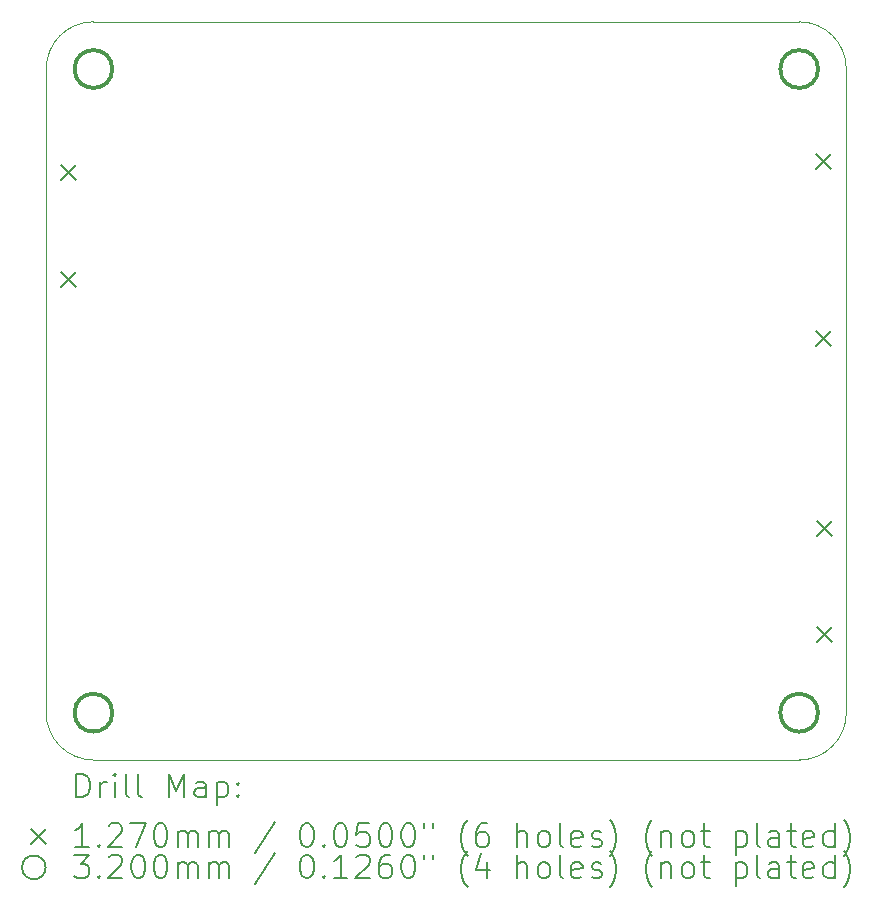
<source format=gbr>
%TF.GenerationSoftware,KiCad,Pcbnew,8.0.5*%
%TF.CreationDate,2024-10-14T19:38:52-05:00*%
%TF.ProjectId,USBCPowerPCB,55534243-506f-4776-9572-5043422e6b69,rev?*%
%TF.SameCoordinates,Original*%
%TF.FileFunction,Drillmap*%
%TF.FilePolarity,Positive*%
%FSLAX45Y45*%
G04 Gerber Fmt 4.5, Leading zero omitted, Abs format (unit mm)*
G04 Created by KiCad (PCBNEW 8.0.5) date 2024-10-14 19:38:52*
%MOMM*%
%LPD*%
G01*
G04 APERTURE LIST*
%ADD10C,0.100000*%
%ADD11C,0.200000*%
%ADD12C,0.127000*%
%ADD13C,0.320000*%
G04 APERTURE END LIST*
D10*
X11410000Y-14560031D02*
G75*
G02*
X11010000Y-14155000I0J400031D01*
G01*
X17785031Y-14160000D02*
G75*
G02*
X17380000Y-14560000I-400031J0D01*
G01*
X11410000Y-8310000D02*
X17385000Y-8309969D01*
X11010000Y-8710000D02*
G75*
G02*
X11410000Y-8310000I400000J0D01*
G01*
X17385000Y-8309969D02*
G75*
G02*
X17785000Y-8715000I0J-400031D01*
G01*
X17390000Y-14560000D02*
X11405000Y-14560000D01*
X17785000Y-8715000D02*
X17785000Y-14160000D01*
X11010000Y-8710000D02*
X11010000Y-14160000D01*
D11*
D12*
X11135500Y-9526500D02*
X11262500Y-9653500D01*
X11262500Y-9526500D02*
X11135500Y-9653500D01*
X11135500Y-10426500D02*
X11262500Y-10553500D01*
X11262500Y-10426500D02*
X11135500Y-10553500D01*
X17527500Y-9426500D02*
X17654500Y-9553500D01*
X17654500Y-9426500D02*
X17527500Y-9553500D01*
X17527500Y-10926500D02*
X17654500Y-11053500D01*
X17654500Y-10926500D02*
X17527500Y-11053500D01*
X17532500Y-12536400D02*
X17659500Y-12663400D01*
X17659500Y-12536400D02*
X17532500Y-12663400D01*
X17532500Y-13436400D02*
X17659500Y-13563400D01*
X17659500Y-13436400D02*
X17532500Y-13563400D01*
D13*
X11570000Y-8710000D02*
G75*
G02*
X11250000Y-8710000I-160000J0D01*
G01*
X11250000Y-8710000D02*
G75*
G02*
X11570000Y-8710000I160000J0D01*
G01*
X11570000Y-14160000D02*
G75*
G02*
X11250000Y-14160000I-160000J0D01*
G01*
X11250000Y-14160000D02*
G75*
G02*
X11570000Y-14160000I160000J0D01*
G01*
X17545000Y-8710000D02*
G75*
G02*
X17225000Y-8710000I-160000J0D01*
G01*
X17225000Y-8710000D02*
G75*
G02*
X17545000Y-8710000I160000J0D01*
G01*
X17545000Y-14160000D02*
G75*
G02*
X17225000Y-14160000I-160000J0D01*
G01*
X17225000Y-14160000D02*
G75*
G02*
X17545000Y-14160000I160000J0D01*
G01*
D11*
X11265746Y-14876515D02*
X11265746Y-14676515D01*
X11265746Y-14676515D02*
X11313365Y-14676515D01*
X11313365Y-14676515D02*
X11341936Y-14686039D01*
X11341936Y-14686039D02*
X11360984Y-14705086D01*
X11360984Y-14705086D02*
X11370508Y-14724134D01*
X11370508Y-14724134D02*
X11380031Y-14762229D01*
X11380031Y-14762229D02*
X11380031Y-14790801D01*
X11380031Y-14790801D02*
X11370508Y-14828896D01*
X11370508Y-14828896D02*
X11360984Y-14847944D01*
X11360984Y-14847944D02*
X11341936Y-14866991D01*
X11341936Y-14866991D02*
X11313365Y-14876515D01*
X11313365Y-14876515D02*
X11265746Y-14876515D01*
X11465746Y-14876515D02*
X11465746Y-14743182D01*
X11465746Y-14781277D02*
X11475269Y-14762229D01*
X11475269Y-14762229D02*
X11484793Y-14752705D01*
X11484793Y-14752705D02*
X11503841Y-14743182D01*
X11503841Y-14743182D02*
X11522889Y-14743182D01*
X11589555Y-14876515D02*
X11589555Y-14743182D01*
X11589555Y-14676515D02*
X11580031Y-14686039D01*
X11580031Y-14686039D02*
X11589555Y-14695563D01*
X11589555Y-14695563D02*
X11599079Y-14686039D01*
X11599079Y-14686039D02*
X11589555Y-14676515D01*
X11589555Y-14676515D02*
X11589555Y-14695563D01*
X11713365Y-14876515D02*
X11694317Y-14866991D01*
X11694317Y-14866991D02*
X11684793Y-14847944D01*
X11684793Y-14847944D02*
X11684793Y-14676515D01*
X11818127Y-14876515D02*
X11799079Y-14866991D01*
X11799079Y-14866991D02*
X11789555Y-14847944D01*
X11789555Y-14847944D02*
X11789555Y-14676515D01*
X12046698Y-14876515D02*
X12046698Y-14676515D01*
X12046698Y-14676515D02*
X12113365Y-14819372D01*
X12113365Y-14819372D02*
X12180031Y-14676515D01*
X12180031Y-14676515D02*
X12180031Y-14876515D01*
X12360984Y-14876515D02*
X12360984Y-14771753D01*
X12360984Y-14771753D02*
X12351460Y-14752705D01*
X12351460Y-14752705D02*
X12332412Y-14743182D01*
X12332412Y-14743182D02*
X12294317Y-14743182D01*
X12294317Y-14743182D02*
X12275269Y-14752705D01*
X12360984Y-14866991D02*
X12341936Y-14876515D01*
X12341936Y-14876515D02*
X12294317Y-14876515D01*
X12294317Y-14876515D02*
X12275269Y-14866991D01*
X12275269Y-14866991D02*
X12265746Y-14847944D01*
X12265746Y-14847944D02*
X12265746Y-14828896D01*
X12265746Y-14828896D02*
X12275269Y-14809848D01*
X12275269Y-14809848D02*
X12294317Y-14800325D01*
X12294317Y-14800325D02*
X12341936Y-14800325D01*
X12341936Y-14800325D02*
X12360984Y-14790801D01*
X12456222Y-14743182D02*
X12456222Y-14943182D01*
X12456222Y-14752705D02*
X12475269Y-14743182D01*
X12475269Y-14743182D02*
X12513365Y-14743182D01*
X12513365Y-14743182D02*
X12532412Y-14752705D01*
X12532412Y-14752705D02*
X12541936Y-14762229D01*
X12541936Y-14762229D02*
X12551460Y-14781277D01*
X12551460Y-14781277D02*
X12551460Y-14838420D01*
X12551460Y-14838420D02*
X12541936Y-14857467D01*
X12541936Y-14857467D02*
X12532412Y-14866991D01*
X12532412Y-14866991D02*
X12513365Y-14876515D01*
X12513365Y-14876515D02*
X12475269Y-14876515D01*
X12475269Y-14876515D02*
X12456222Y-14866991D01*
X12637174Y-14857467D02*
X12646698Y-14866991D01*
X12646698Y-14866991D02*
X12637174Y-14876515D01*
X12637174Y-14876515D02*
X12627650Y-14866991D01*
X12627650Y-14866991D02*
X12637174Y-14857467D01*
X12637174Y-14857467D02*
X12637174Y-14876515D01*
X12637174Y-14752705D02*
X12646698Y-14762229D01*
X12646698Y-14762229D02*
X12637174Y-14771753D01*
X12637174Y-14771753D02*
X12627650Y-14762229D01*
X12627650Y-14762229D02*
X12637174Y-14752705D01*
X12637174Y-14752705D02*
X12637174Y-14771753D01*
D12*
X10877969Y-15141531D02*
X11004969Y-15268531D01*
X11004969Y-15141531D02*
X10877969Y-15268531D01*
D11*
X11370508Y-15296515D02*
X11256222Y-15296515D01*
X11313365Y-15296515D02*
X11313365Y-15096515D01*
X11313365Y-15096515D02*
X11294317Y-15125086D01*
X11294317Y-15125086D02*
X11275269Y-15144134D01*
X11275269Y-15144134D02*
X11256222Y-15153658D01*
X11456222Y-15277467D02*
X11465746Y-15286991D01*
X11465746Y-15286991D02*
X11456222Y-15296515D01*
X11456222Y-15296515D02*
X11446698Y-15286991D01*
X11446698Y-15286991D02*
X11456222Y-15277467D01*
X11456222Y-15277467D02*
X11456222Y-15296515D01*
X11541936Y-15115563D02*
X11551460Y-15106039D01*
X11551460Y-15106039D02*
X11570508Y-15096515D01*
X11570508Y-15096515D02*
X11618127Y-15096515D01*
X11618127Y-15096515D02*
X11637174Y-15106039D01*
X11637174Y-15106039D02*
X11646698Y-15115563D01*
X11646698Y-15115563D02*
X11656222Y-15134610D01*
X11656222Y-15134610D02*
X11656222Y-15153658D01*
X11656222Y-15153658D02*
X11646698Y-15182229D01*
X11646698Y-15182229D02*
X11532412Y-15296515D01*
X11532412Y-15296515D02*
X11656222Y-15296515D01*
X11722889Y-15096515D02*
X11856222Y-15096515D01*
X11856222Y-15096515D02*
X11770508Y-15296515D01*
X11970508Y-15096515D02*
X11989555Y-15096515D01*
X11989555Y-15096515D02*
X12008603Y-15106039D01*
X12008603Y-15106039D02*
X12018127Y-15115563D01*
X12018127Y-15115563D02*
X12027650Y-15134610D01*
X12027650Y-15134610D02*
X12037174Y-15172705D01*
X12037174Y-15172705D02*
X12037174Y-15220325D01*
X12037174Y-15220325D02*
X12027650Y-15258420D01*
X12027650Y-15258420D02*
X12018127Y-15277467D01*
X12018127Y-15277467D02*
X12008603Y-15286991D01*
X12008603Y-15286991D02*
X11989555Y-15296515D01*
X11989555Y-15296515D02*
X11970508Y-15296515D01*
X11970508Y-15296515D02*
X11951460Y-15286991D01*
X11951460Y-15286991D02*
X11941936Y-15277467D01*
X11941936Y-15277467D02*
X11932412Y-15258420D01*
X11932412Y-15258420D02*
X11922889Y-15220325D01*
X11922889Y-15220325D02*
X11922889Y-15172705D01*
X11922889Y-15172705D02*
X11932412Y-15134610D01*
X11932412Y-15134610D02*
X11941936Y-15115563D01*
X11941936Y-15115563D02*
X11951460Y-15106039D01*
X11951460Y-15106039D02*
X11970508Y-15096515D01*
X12122889Y-15296515D02*
X12122889Y-15163182D01*
X12122889Y-15182229D02*
X12132412Y-15172705D01*
X12132412Y-15172705D02*
X12151460Y-15163182D01*
X12151460Y-15163182D02*
X12180031Y-15163182D01*
X12180031Y-15163182D02*
X12199079Y-15172705D01*
X12199079Y-15172705D02*
X12208603Y-15191753D01*
X12208603Y-15191753D02*
X12208603Y-15296515D01*
X12208603Y-15191753D02*
X12218127Y-15172705D01*
X12218127Y-15172705D02*
X12237174Y-15163182D01*
X12237174Y-15163182D02*
X12265746Y-15163182D01*
X12265746Y-15163182D02*
X12284793Y-15172705D01*
X12284793Y-15172705D02*
X12294317Y-15191753D01*
X12294317Y-15191753D02*
X12294317Y-15296515D01*
X12389555Y-15296515D02*
X12389555Y-15163182D01*
X12389555Y-15182229D02*
X12399079Y-15172705D01*
X12399079Y-15172705D02*
X12418127Y-15163182D01*
X12418127Y-15163182D02*
X12446698Y-15163182D01*
X12446698Y-15163182D02*
X12465746Y-15172705D01*
X12465746Y-15172705D02*
X12475270Y-15191753D01*
X12475270Y-15191753D02*
X12475270Y-15296515D01*
X12475270Y-15191753D02*
X12484793Y-15172705D01*
X12484793Y-15172705D02*
X12503841Y-15163182D01*
X12503841Y-15163182D02*
X12532412Y-15163182D01*
X12532412Y-15163182D02*
X12551460Y-15172705D01*
X12551460Y-15172705D02*
X12560984Y-15191753D01*
X12560984Y-15191753D02*
X12560984Y-15296515D01*
X12951460Y-15086991D02*
X12780032Y-15344134D01*
X13208603Y-15096515D02*
X13227651Y-15096515D01*
X13227651Y-15096515D02*
X13246698Y-15106039D01*
X13246698Y-15106039D02*
X13256222Y-15115563D01*
X13256222Y-15115563D02*
X13265746Y-15134610D01*
X13265746Y-15134610D02*
X13275270Y-15172705D01*
X13275270Y-15172705D02*
X13275270Y-15220325D01*
X13275270Y-15220325D02*
X13265746Y-15258420D01*
X13265746Y-15258420D02*
X13256222Y-15277467D01*
X13256222Y-15277467D02*
X13246698Y-15286991D01*
X13246698Y-15286991D02*
X13227651Y-15296515D01*
X13227651Y-15296515D02*
X13208603Y-15296515D01*
X13208603Y-15296515D02*
X13189555Y-15286991D01*
X13189555Y-15286991D02*
X13180032Y-15277467D01*
X13180032Y-15277467D02*
X13170508Y-15258420D01*
X13170508Y-15258420D02*
X13160984Y-15220325D01*
X13160984Y-15220325D02*
X13160984Y-15172705D01*
X13160984Y-15172705D02*
X13170508Y-15134610D01*
X13170508Y-15134610D02*
X13180032Y-15115563D01*
X13180032Y-15115563D02*
X13189555Y-15106039D01*
X13189555Y-15106039D02*
X13208603Y-15096515D01*
X13360984Y-15277467D02*
X13370508Y-15286991D01*
X13370508Y-15286991D02*
X13360984Y-15296515D01*
X13360984Y-15296515D02*
X13351460Y-15286991D01*
X13351460Y-15286991D02*
X13360984Y-15277467D01*
X13360984Y-15277467D02*
X13360984Y-15296515D01*
X13494317Y-15096515D02*
X13513365Y-15096515D01*
X13513365Y-15096515D02*
X13532413Y-15106039D01*
X13532413Y-15106039D02*
X13541936Y-15115563D01*
X13541936Y-15115563D02*
X13551460Y-15134610D01*
X13551460Y-15134610D02*
X13560984Y-15172705D01*
X13560984Y-15172705D02*
X13560984Y-15220325D01*
X13560984Y-15220325D02*
X13551460Y-15258420D01*
X13551460Y-15258420D02*
X13541936Y-15277467D01*
X13541936Y-15277467D02*
X13532413Y-15286991D01*
X13532413Y-15286991D02*
X13513365Y-15296515D01*
X13513365Y-15296515D02*
X13494317Y-15296515D01*
X13494317Y-15296515D02*
X13475270Y-15286991D01*
X13475270Y-15286991D02*
X13465746Y-15277467D01*
X13465746Y-15277467D02*
X13456222Y-15258420D01*
X13456222Y-15258420D02*
X13446698Y-15220325D01*
X13446698Y-15220325D02*
X13446698Y-15172705D01*
X13446698Y-15172705D02*
X13456222Y-15134610D01*
X13456222Y-15134610D02*
X13465746Y-15115563D01*
X13465746Y-15115563D02*
X13475270Y-15106039D01*
X13475270Y-15106039D02*
X13494317Y-15096515D01*
X13741936Y-15096515D02*
X13646698Y-15096515D01*
X13646698Y-15096515D02*
X13637174Y-15191753D01*
X13637174Y-15191753D02*
X13646698Y-15182229D01*
X13646698Y-15182229D02*
X13665746Y-15172705D01*
X13665746Y-15172705D02*
X13713365Y-15172705D01*
X13713365Y-15172705D02*
X13732413Y-15182229D01*
X13732413Y-15182229D02*
X13741936Y-15191753D01*
X13741936Y-15191753D02*
X13751460Y-15210801D01*
X13751460Y-15210801D02*
X13751460Y-15258420D01*
X13751460Y-15258420D02*
X13741936Y-15277467D01*
X13741936Y-15277467D02*
X13732413Y-15286991D01*
X13732413Y-15286991D02*
X13713365Y-15296515D01*
X13713365Y-15296515D02*
X13665746Y-15296515D01*
X13665746Y-15296515D02*
X13646698Y-15286991D01*
X13646698Y-15286991D02*
X13637174Y-15277467D01*
X13875270Y-15096515D02*
X13894317Y-15096515D01*
X13894317Y-15096515D02*
X13913365Y-15106039D01*
X13913365Y-15106039D02*
X13922889Y-15115563D01*
X13922889Y-15115563D02*
X13932413Y-15134610D01*
X13932413Y-15134610D02*
X13941936Y-15172705D01*
X13941936Y-15172705D02*
X13941936Y-15220325D01*
X13941936Y-15220325D02*
X13932413Y-15258420D01*
X13932413Y-15258420D02*
X13922889Y-15277467D01*
X13922889Y-15277467D02*
X13913365Y-15286991D01*
X13913365Y-15286991D02*
X13894317Y-15296515D01*
X13894317Y-15296515D02*
X13875270Y-15296515D01*
X13875270Y-15296515D02*
X13856222Y-15286991D01*
X13856222Y-15286991D02*
X13846698Y-15277467D01*
X13846698Y-15277467D02*
X13837174Y-15258420D01*
X13837174Y-15258420D02*
X13827651Y-15220325D01*
X13827651Y-15220325D02*
X13827651Y-15172705D01*
X13827651Y-15172705D02*
X13837174Y-15134610D01*
X13837174Y-15134610D02*
X13846698Y-15115563D01*
X13846698Y-15115563D02*
X13856222Y-15106039D01*
X13856222Y-15106039D02*
X13875270Y-15096515D01*
X14065746Y-15096515D02*
X14084794Y-15096515D01*
X14084794Y-15096515D02*
X14103841Y-15106039D01*
X14103841Y-15106039D02*
X14113365Y-15115563D01*
X14113365Y-15115563D02*
X14122889Y-15134610D01*
X14122889Y-15134610D02*
X14132413Y-15172705D01*
X14132413Y-15172705D02*
X14132413Y-15220325D01*
X14132413Y-15220325D02*
X14122889Y-15258420D01*
X14122889Y-15258420D02*
X14113365Y-15277467D01*
X14113365Y-15277467D02*
X14103841Y-15286991D01*
X14103841Y-15286991D02*
X14084794Y-15296515D01*
X14084794Y-15296515D02*
X14065746Y-15296515D01*
X14065746Y-15296515D02*
X14046698Y-15286991D01*
X14046698Y-15286991D02*
X14037174Y-15277467D01*
X14037174Y-15277467D02*
X14027651Y-15258420D01*
X14027651Y-15258420D02*
X14018127Y-15220325D01*
X14018127Y-15220325D02*
X14018127Y-15172705D01*
X14018127Y-15172705D02*
X14027651Y-15134610D01*
X14027651Y-15134610D02*
X14037174Y-15115563D01*
X14037174Y-15115563D02*
X14046698Y-15106039D01*
X14046698Y-15106039D02*
X14065746Y-15096515D01*
X14208603Y-15096515D02*
X14208603Y-15134610D01*
X14284794Y-15096515D02*
X14284794Y-15134610D01*
X14580032Y-15372705D02*
X14570508Y-15363182D01*
X14570508Y-15363182D02*
X14551460Y-15334610D01*
X14551460Y-15334610D02*
X14541936Y-15315563D01*
X14541936Y-15315563D02*
X14532413Y-15286991D01*
X14532413Y-15286991D02*
X14522889Y-15239372D01*
X14522889Y-15239372D02*
X14522889Y-15201277D01*
X14522889Y-15201277D02*
X14532413Y-15153658D01*
X14532413Y-15153658D02*
X14541936Y-15125086D01*
X14541936Y-15125086D02*
X14551460Y-15106039D01*
X14551460Y-15106039D02*
X14570508Y-15077467D01*
X14570508Y-15077467D02*
X14580032Y-15067944D01*
X14741936Y-15096515D02*
X14703841Y-15096515D01*
X14703841Y-15096515D02*
X14684794Y-15106039D01*
X14684794Y-15106039D02*
X14675270Y-15115563D01*
X14675270Y-15115563D02*
X14656222Y-15144134D01*
X14656222Y-15144134D02*
X14646698Y-15182229D01*
X14646698Y-15182229D02*
X14646698Y-15258420D01*
X14646698Y-15258420D02*
X14656222Y-15277467D01*
X14656222Y-15277467D02*
X14665746Y-15286991D01*
X14665746Y-15286991D02*
X14684794Y-15296515D01*
X14684794Y-15296515D02*
X14722889Y-15296515D01*
X14722889Y-15296515D02*
X14741936Y-15286991D01*
X14741936Y-15286991D02*
X14751460Y-15277467D01*
X14751460Y-15277467D02*
X14760984Y-15258420D01*
X14760984Y-15258420D02*
X14760984Y-15210801D01*
X14760984Y-15210801D02*
X14751460Y-15191753D01*
X14751460Y-15191753D02*
X14741936Y-15182229D01*
X14741936Y-15182229D02*
X14722889Y-15172705D01*
X14722889Y-15172705D02*
X14684794Y-15172705D01*
X14684794Y-15172705D02*
X14665746Y-15182229D01*
X14665746Y-15182229D02*
X14656222Y-15191753D01*
X14656222Y-15191753D02*
X14646698Y-15210801D01*
X14999079Y-15296515D02*
X14999079Y-15096515D01*
X15084794Y-15296515D02*
X15084794Y-15191753D01*
X15084794Y-15191753D02*
X15075270Y-15172705D01*
X15075270Y-15172705D02*
X15056222Y-15163182D01*
X15056222Y-15163182D02*
X15027651Y-15163182D01*
X15027651Y-15163182D02*
X15008603Y-15172705D01*
X15008603Y-15172705D02*
X14999079Y-15182229D01*
X15208603Y-15296515D02*
X15189556Y-15286991D01*
X15189556Y-15286991D02*
X15180032Y-15277467D01*
X15180032Y-15277467D02*
X15170508Y-15258420D01*
X15170508Y-15258420D02*
X15170508Y-15201277D01*
X15170508Y-15201277D02*
X15180032Y-15182229D01*
X15180032Y-15182229D02*
X15189556Y-15172705D01*
X15189556Y-15172705D02*
X15208603Y-15163182D01*
X15208603Y-15163182D02*
X15237175Y-15163182D01*
X15237175Y-15163182D02*
X15256222Y-15172705D01*
X15256222Y-15172705D02*
X15265746Y-15182229D01*
X15265746Y-15182229D02*
X15275270Y-15201277D01*
X15275270Y-15201277D02*
X15275270Y-15258420D01*
X15275270Y-15258420D02*
X15265746Y-15277467D01*
X15265746Y-15277467D02*
X15256222Y-15286991D01*
X15256222Y-15286991D02*
X15237175Y-15296515D01*
X15237175Y-15296515D02*
X15208603Y-15296515D01*
X15389556Y-15296515D02*
X15370508Y-15286991D01*
X15370508Y-15286991D02*
X15360984Y-15267944D01*
X15360984Y-15267944D02*
X15360984Y-15096515D01*
X15541937Y-15286991D02*
X15522889Y-15296515D01*
X15522889Y-15296515D02*
X15484794Y-15296515D01*
X15484794Y-15296515D02*
X15465746Y-15286991D01*
X15465746Y-15286991D02*
X15456222Y-15267944D01*
X15456222Y-15267944D02*
X15456222Y-15191753D01*
X15456222Y-15191753D02*
X15465746Y-15172705D01*
X15465746Y-15172705D02*
X15484794Y-15163182D01*
X15484794Y-15163182D02*
X15522889Y-15163182D01*
X15522889Y-15163182D02*
X15541937Y-15172705D01*
X15541937Y-15172705D02*
X15551460Y-15191753D01*
X15551460Y-15191753D02*
X15551460Y-15210801D01*
X15551460Y-15210801D02*
X15456222Y-15229848D01*
X15627651Y-15286991D02*
X15646698Y-15296515D01*
X15646698Y-15296515D02*
X15684794Y-15296515D01*
X15684794Y-15296515D02*
X15703841Y-15286991D01*
X15703841Y-15286991D02*
X15713365Y-15267944D01*
X15713365Y-15267944D02*
X15713365Y-15258420D01*
X15713365Y-15258420D02*
X15703841Y-15239372D01*
X15703841Y-15239372D02*
X15684794Y-15229848D01*
X15684794Y-15229848D02*
X15656222Y-15229848D01*
X15656222Y-15229848D02*
X15637175Y-15220325D01*
X15637175Y-15220325D02*
X15627651Y-15201277D01*
X15627651Y-15201277D02*
X15627651Y-15191753D01*
X15627651Y-15191753D02*
X15637175Y-15172705D01*
X15637175Y-15172705D02*
X15656222Y-15163182D01*
X15656222Y-15163182D02*
X15684794Y-15163182D01*
X15684794Y-15163182D02*
X15703841Y-15172705D01*
X15780032Y-15372705D02*
X15789556Y-15363182D01*
X15789556Y-15363182D02*
X15808603Y-15334610D01*
X15808603Y-15334610D02*
X15818127Y-15315563D01*
X15818127Y-15315563D02*
X15827651Y-15286991D01*
X15827651Y-15286991D02*
X15837175Y-15239372D01*
X15837175Y-15239372D02*
X15837175Y-15201277D01*
X15837175Y-15201277D02*
X15827651Y-15153658D01*
X15827651Y-15153658D02*
X15818127Y-15125086D01*
X15818127Y-15125086D02*
X15808603Y-15106039D01*
X15808603Y-15106039D02*
X15789556Y-15077467D01*
X15789556Y-15077467D02*
X15780032Y-15067944D01*
X16141937Y-15372705D02*
X16132413Y-15363182D01*
X16132413Y-15363182D02*
X16113365Y-15334610D01*
X16113365Y-15334610D02*
X16103841Y-15315563D01*
X16103841Y-15315563D02*
X16094318Y-15286991D01*
X16094318Y-15286991D02*
X16084794Y-15239372D01*
X16084794Y-15239372D02*
X16084794Y-15201277D01*
X16084794Y-15201277D02*
X16094318Y-15153658D01*
X16094318Y-15153658D02*
X16103841Y-15125086D01*
X16103841Y-15125086D02*
X16113365Y-15106039D01*
X16113365Y-15106039D02*
X16132413Y-15077467D01*
X16132413Y-15077467D02*
X16141937Y-15067944D01*
X16218127Y-15163182D02*
X16218127Y-15296515D01*
X16218127Y-15182229D02*
X16227651Y-15172705D01*
X16227651Y-15172705D02*
X16246698Y-15163182D01*
X16246698Y-15163182D02*
X16275270Y-15163182D01*
X16275270Y-15163182D02*
X16294318Y-15172705D01*
X16294318Y-15172705D02*
X16303841Y-15191753D01*
X16303841Y-15191753D02*
X16303841Y-15296515D01*
X16427651Y-15296515D02*
X16408603Y-15286991D01*
X16408603Y-15286991D02*
X16399079Y-15277467D01*
X16399079Y-15277467D02*
X16389556Y-15258420D01*
X16389556Y-15258420D02*
X16389556Y-15201277D01*
X16389556Y-15201277D02*
X16399079Y-15182229D01*
X16399079Y-15182229D02*
X16408603Y-15172705D01*
X16408603Y-15172705D02*
X16427651Y-15163182D01*
X16427651Y-15163182D02*
X16456222Y-15163182D01*
X16456222Y-15163182D02*
X16475270Y-15172705D01*
X16475270Y-15172705D02*
X16484794Y-15182229D01*
X16484794Y-15182229D02*
X16494318Y-15201277D01*
X16494318Y-15201277D02*
X16494318Y-15258420D01*
X16494318Y-15258420D02*
X16484794Y-15277467D01*
X16484794Y-15277467D02*
X16475270Y-15286991D01*
X16475270Y-15286991D02*
X16456222Y-15296515D01*
X16456222Y-15296515D02*
X16427651Y-15296515D01*
X16551460Y-15163182D02*
X16627651Y-15163182D01*
X16580032Y-15096515D02*
X16580032Y-15267944D01*
X16580032Y-15267944D02*
X16589556Y-15286991D01*
X16589556Y-15286991D02*
X16608603Y-15296515D01*
X16608603Y-15296515D02*
X16627651Y-15296515D01*
X16846699Y-15163182D02*
X16846699Y-15363182D01*
X16846699Y-15172705D02*
X16865746Y-15163182D01*
X16865746Y-15163182D02*
X16903842Y-15163182D01*
X16903842Y-15163182D02*
X16922889Y-15172705D01*
X16922889Y-15172705D02*
X16932413Y-15182229D01*
X16932413Y-15182229D02*
X16941937Y-15201277D01*
X16941937Y-15201277D02*
X16941937Y-15258420D01*
X16941937Y-15258420D02*
X16932413Y-15277467D01*
X16932413Y-15277467D02*
X16922889Y-15286991D01*
X16922889Y-15286991D02*
X16903842Y-15296515D01*
X16903842Y-15296515D02*
X16865746Y-15296515D01*
X16865746Y-15296515D02*
X16846699Y-15286991D01*
X17056222Y-15296515D02*
X17037175Y-15286991D01*
X17037175Y-15286991D02*
X17027651Y-15267944D01*
X17027651Y-15267944D02*
X17027651Y-15096515D01*
X17218127Y-15296515D02*
X17218127Y-15191753D01*
X17218127Y-15191753D02*
X17208603Y-15172705D01*
X17208603Y-15172705D02*
X17189556Y-15163182D01*
X17189556Y-15163182D02*
X17151461Y-15163182D01*
X17151461Y-15163182D02*
X17132413Y-15172705D01*
X17218127Y-15286991D02*
X17199080Y-15296515D01*
X17199080Y-15296515D02*
X17151461Y-15296515D01*
X17151461Y-15296515D02*
X17132413Y-15286991D01*
X17132413Y-15286991D02*
X17122889Y-15267944D01*
X17122889Y-15267944D02*
X17122889Y-15248896D01*
X17122889Y-15248896D02*
X17132413Y-15229848D01*
X17132413Y-15229848D02*
X17151461Y-15220325D01*
X17151461Y-15220325D02*
X17199080Y-15220325D01*
X17199080Y-15220325D02*
X17218127Y-15210801D01*
X17284794Y-15163182D02*
X17360984Y-15163182D01*
X17313365Y-15096515D02*
X17313365Y-15267944D01*
X17313365Y-15267944D02*
X17322889Y-15286991D01*
X17322889Y-15286991D02*
X17341937Y-15296515D01*
X17341937Y-15296515D02*
X17360984Y-15296515D01*
X17503842Y-15286991D02*
X17484794Y-15296515D01*
X17484794Y-15296515D02*
X17446699Y-15296515D01*
X17446699Y-15296515D02*
X17427651Y-15286991D01*
X17427651Y-15286991D02*
X17418127Y-15267944D01*
X17418127Y-15267944D02*
X17418127Y-15191753D01*
X17418127Y-15191753D02*
X17427651Y-15172705D01*
X17427651Y-15172705D02*
X17446699Y-15163182D01*
X17446699Y-15163182D02*
X17484794Y-15163182D01*
X17484794Y-15163182D02*
X17503842Y-15172705D01*
X17503842Y-15172705D02*
X17513365Y-15191753D01*
X17513365Y-15191753D02*
X17513365Y-15210801D01*
X17513365Y-15210801D02*
X17418127Y-15229848D01*
X17684794Y-15296515D02*
X17684794Y-15096515D01*
X17684794Y-15286991D02*
X17665746Y-15296515D01*
X17665746Y-15296515D02*
X17627651Y-15296515D01*
X17627651Y-15296515D02*
X17608603Y-15286991D01*
X17608603Y-15286991D02*
X17599080Y-15277467D01*
X17599080Y-15277467D02*
X17589556Y-15258420D01*
X17589556Y-15258420D02*
X17589556Y-15201277D01*
X17589556Y-15201277D02*
X17599080Y-15182229D01*
X17599080Y-15182229D02*
X17608603Y-15172705D01*
X17608603Y-15172705D02*
X17627651Y-15163182D01*
X17627651Y-15163182D02*
X17665746Y-15163182D01*
X17665746Y-15163182D02*
X17684794Y-15172705D01*
X17760984Y-15372705D02*
X17770508Y-15363182D01*
X17770508Y-15363182D02*
X17789556Y-15334610D01*
X17789556Y-15334610D02*
X17799080Y-15315563D01*
X17799080Y-15315563D02*
X17808603Y-15286991D01*
X17808603Y-15286991D02*
X17818127Y-15239372D01*
X17818127Y-15239372D02*
X17818127Y-15201277D01*
X17818127Y-15201277D02*
X17808603Y-15153658D01*
X17808603Y-15153658D02*
X17799080Y-15125086D01*
X17799080Y-15125086D02*
X17789556Y-15106039D01*
X17789556Y-15106039D02*
X17770508Y-15077467D01*
X17770508Y-15077467D02*
X17760984Y-15067944D01*
X11004969Y-15469031D02*
G75*
G02*
X10804969Y-15469031I-100000J0D01*
G01*
X10804969Y-15469031D02*
G75*
G02*
X11004969Y-15469031I100000J0D01*
G01*
X11246698Y-15360515D02*
X11370508Y-15360515D01*
X11370508Y-15360515D02*
X11303841Y-15436705D01*
X11303841Y-15436705D02*
X11332412Y-15436705D01*
X11332412Y-15436705D02*
X11351460Y-15446229D01*
X11351460Y-15446229D02*
X11360984Y-15455753D01*
X11360984Y-15455753D02*
X11370508Y-15474801D01*
X11370508Y-15474801D02*
X11370508Y-15522420D01*
X11370508Y-15522420D02*
X11360984Y-15541467D01*
X11360984Y-15541467D02*
X11351460Y-15550991D01*
X11351460Y-15550991D02*
X11332412Y-15560515D01*
X11332412Y-15560515D02*
X11275269Y-15560515D01*
X11275269Y-15560515D02*
X11256222Y-15550991D01*
X11256222Y-15550991D02*
X11246698Y-15541467D01*
X11456222Y-15541467D02*
X11465746Y-15550991D01*
X11465746Y-15550991D02*
X11456222Y-15560515D01*
X11456222Y-15560515D02*
X11446698Y-15550991D01*
X11446698Y-15550991D02*
X11456222Y-15541467D01*
X11456222Y-15541467D02*
X11456222Y-15560515D01*
X11541936Y-15379563D02*
X11551460Y-15370039D01*
X11551460Y-15370039D02*
X11570508Y-15360515D01*
X11570508Y-15360515D02*
X11618127Y-15360515D01*
X11618127Y-15360515D02*
X11637174Y-15370039D01*
X11637174Y-15370039D02*
X11646698Y-15379563D01*
X11646698Y-15379563D02*
X11656222Y-15398610D01*
X11656222Y-15398610D02*
X11656222Y-15417658D01*
X11656222Y-15417658D02*
X11646698Y-15446229D01*
X11646698Y-15446229D02*
X11532412Y-15560515D01*
X11532412Y-15560515D02*
X11656222Y-15560515D01*
X11780031Y-15360515D02*
X11799079Y-15360515D01*
X11799079Y-15360515D02*
X11818127Y-15370039D01*
X11818127Y-15370039D02*
X11827650Y-15379563D01*
X11827650Y-15379563D02*
X11837174Y-15398610D01*
X11837174Y-15398610D02*
X11846698Y-15436705D01*
X11846698Y-15436705D02*
X11846698Y-15484325D01*
X11846698Y-15484325D02*
X11837174Y-15522420D01*
X11837174Y-15522420D02*
X11827650Y-15541467D01*
X11827650Y-15541467D02*
X11818127Y-15550991D01*
X11818127Y-15550991D02*
X11799079Y-15560515D01*
X11799079Y-15560515D02*
X11780031Y-15560515D01*
X11780031Y-15560515D02*
X11760984Y-15550991D01*
X11760984Y-15550991D02*
X11751460Y-15541467D01*
X11751460Y-15541467D02*
X11741936Y-15522420D01*
X11741936Y-15522420D02*
X11732412Y-15484325D01*
X11732412Y-15484325D02*
X11732412Y-15436705D01*
X11732412Y-15436705D02*
X11741936Y-15398610D01*
X11741936Y-15398610D02*
X11751460Y-15379563D01*
X11751460Y-15379563D02*
X11760984Y-15370039D01*
X11760984Y-15370039D02*
X11780031Y-15360515D01*
X11970508Y-15360515D02*
X11989555Y-15360515D01*
X11989555Y-15360515D02*
X12008603Y-15370039D01*
X12008603Y-15370039D02*
X12018127Y-15379563D01*
X12018127Y-15379563D02*
X12027650Y-15398610D01*
X12027650Y-15398610D02*
X12037174Y-15436705D01*
X12037174Y-15436705D02*
X12037174Y-15484325D01*
X12037174Y-15484325D02*
X12027650Y-15522420D01*
X12027650Y-15522420D02*
X12018127Y-15541467D01*
X12018127Y-15541467D02*
X12008603Y-15550991D01*
X12008603Y-15550991D02*
X11989555Y-15560515D01*
X11989555Y-15560515D02*
X11970508Y-15560515D01*
X11970508Y-15560515D02*
X11951460Y-15550991D01*
X11951460Y-15550991D02*
X11941936Y-15541467D01*
X11941936Y-15541467D02*
X11932412Y-15522420D01*
X11932412Y-15522420D02*
X11922889Y-15484325D01*
X11922889Y-15484325D02*
X11922889Y-15436705D01*
X11922889Y-15436705D02*
X11932412Y-15398610D01*
X11932412Y-15398610D02*
X11941936Y-15379563D01*
X11941936Y-15379563D02*
X11951460Y-15370039D01*
X11951460Y-15370039D02*
X11970508Y-15360515D01*
X12122889Y-15560515D02*
X12122889Y-15427182D01*
X12122889Y-15446229D02*
X12132412Y-15436705D01*
X12132412Y-15436705D02*
X12151460Y-15427182D01*
X12151460Y-15427182D02*
X12180031Y-15427182D01*
X12180031Y-15427182D02*
X12199079Y-15436705D01*
X12199079Y-15436705D02*
X12208603Y-15455753D01*
X12208603Y-15455753D02*
X12208603Y-15560515D01*
X12208603Y-15455753D02*
X12218127Y-15436705D01*
X12218127Y-15436705D02*
X12237174Y-15427182D01*
X12237174Y-15427182D02*
X12265746Y-15427182D01*
X12265746Y-15427182D02*
X12284793Y-15436705D01*
X12284793Y-15436705D02*
X12294317Y-15455753D01*
X12294317Y-15455753D02*
X12294317Y-15560515D01*
X12389555Y-15560515D02*
X12389555Y-15427182D01*
X12389555Y-15446229D02*
X12399079Y-15436705D01*
X12399079Y-15436705D02*
X12418127Y-15427182D01*
X12418127Y-15427182D02*
X12446698Y-15427182D01*
X12446698Y-15427182D02*
X12465746Y-15436705D01*
X12465746Y-15436705D02*
X12475270Y-15455753D01*
X12475270Y-15455753D02*
X12475270Y-15560515D01*
X12475270Y-15455753D02*
X12484793Y-15436705D01*
X12484793Y-15436705D02*
X12503841Y-15427182D01*
X12503841Y-15427182D02*
X12532412Y-15427182D01*
X12532412Y-15427182D02*
X12551460Y-15436705D01*
X12551460Y-15436705D02*
X12560984Y-15455753D01*
X12560984Y-15455753D02*
X12560984Y-15560515D01*
X12951460Y-15350991D02*
X12780032Y-15608134D01*
X13208603Y-15360515D02*
X13227651Y-15360515D01*
X13227651Y-15360515D02*
X13246698Y-15370039D01*
X13246698Y-15370039D02*
X13256222Y-15379563D01*
X13256222Y-15379563D02*
X13265746Y-15398610D01*
X13265746Y-15398610D02*
X13275270Y-15436705D01*
X13275270Y-15436705D02*
X13275270Y-15484325D01*
X13275270Y-15484325D02*
X13265746Y-15522420D01*
X13265746Y-15522420D02*
X13256222Y-15541467D01*
X13256222Y-15541467D02*
X13246698Y-15550991D01*
X13246698Y-15550991D02*
X13227651Y-15560515D01*
X13227651Y-15560515D02*
X13208603Y-15560515D01*
X13208603Y-15560515D02*
X13189555Y-15550991D01*
X13189555Y-15550991D02*
X13180032Y-15541467D01*
X13180032Y-15541467D02*
X13170508Y-15522420D01*
X13170508Y-15522420D02*
X13160984Y-15484325D01*
X13160984Y-15484325D02*
X13160984Y-15436705D01*
X13160984Y-15436705D02*
X13170508Y-15398610D01*
X13170508Y-15398610D02*
X13180032Y-15379563D01*
X13180032Y-15379563D02*
X13189555Y-15370039D01*
X13189555Y-15370039D02*
X13208603Y-15360515D01*
X13360984Y-15541467D02*
X13370508Y-15550991D01*
X13370508Y-15550991D02*
X13360984Y-15560515D01*
X13360984Y-15560515D02*
X13351460Y-15550991D01*
X13351460Y-15550991D02*
X13360984Y-15541467D01*
X13360984Y-15541467D02*
X13360984Y-15560515D01*
X13560984Y-15560515D02*
X13446698Y-15560515D01*
X13503841Y-15560515D02*
X13503841Y-15360515D01*
X13503841Y-15360515D02*
X13484793Y-15389086D01*
X13484793Y-15389086D02*
X13465746Y-15408134D01*
X13465746Y-15408134D02*
X13446698Y-15417658D01*
X13637174Y-15379563D02*
X13646698Y-15370039D01*
X13646698Y-15370039D02*
X13665746Y-15360515D01*
X13665746Y-15360515D02*
X13713365Y-15360515D01*
X13713365Y-15360515D02*
X13732413Y-15370039D01*
X13732413Y-15370039D02*
X13741936Y-15379563D01*
X13741936Y-15379563D02*
X13751460Y-15398610D01*
X13751460Y-15398610D02*
X13751460Y-15417658D01*
X13751460Y-15417658D02*
X13741936Y-15446229D01*
X13741936Y-15446229D02*
X13627651Y-15560515D01*
X13627651Y-15560515D02*
X13751460Y-15560515D01*
X13922889Y-15360515D02*
X13884793Y-15360515D01*
X13884793Y-15360515D02*
X13865746Y-15370039D01*
X13865746Y-15370039D02*
X13856222Y-15379563D01*
X13856222Y-15379563D02*
X13837174Y-15408134D01*
X13837174Y-15408134D02*
X13827651Y-15446229D01*
X13827651Y-15446229D02*
X13827651Y-15522420D01*
X13827651Y-15522420D02*
X13837174Y-15541467D01*
X13837174Y-15541467D02*
X13846698Y-15550991D01*
X13846698Y-15550991D02*
X13865746Y-15560515D01*
X13865746Y-15560515D02*
X13903841Y-15560515D01*
X13903841Y-15560515D02*
X13922889Y-15550991D01*
X13922889Y-15550991D02*
X13932413Y-15541467D01*
X13932413Y-15541467D02*
X13941936Y-15522420D01*
X13941936Y-15522420D02*
X13941936Y-15474801D01*
X13941936Y-15474801D02*
X13932413Y-15455753D01*
X13932413Y-15455753D02*
X13922889Y-15446229D01*
X13922889Y-15446229D02*
X13903841Y-15436705D01*
X13903841Y-15436705D02*
X13865746Y-15436705D01*
X13865746Y-15436705D02*
X13846698Y-15446229D01*
X13846698Y-15446229D02*
X13837174Y-15455753D01*
X13837174Y-15455753D02*
X13827651Y-15474801D01*
X14065746Y-15360515D02*
X14084794Y-15360515D01*
X14084794Y-15360515D02*
X14103841Y-15370039D01*
X14103841Y-15370039D02*
X14113365Y-15379563D01*
X14113365Y-15379563D02*
X14122889Y-15398610D01*
X14122889Y-15398610D02*
X14132413Y-15436705D01*
X14132413Y-15436705D02*
X14132413Y-15484325D01*
X14132413Y-15484325D02*
X14122889Y-15522420D01*
X14122889Y-15522420D02*
X14113365Y-15541467D01*
X14113365Y-15541467D02*
X14103841Y-15550991D01*
X14103841Y-15550991D02*
X14084794Y-15560515D01*
X14084794Y-15560515D02*
X14065746Y-15560515D01*
X14065746Y-15560515D02*
X14046698Y-15550991D01*
X14046698Y-15550991D02*
X14037174Y-15541467D01*
X14037174Y-15541467D02*
X14027651Y-15522420D01*
X14027651Y-15522420D02*
X14018127Y-15484325D01*
X14018127Y-15484325D02*
X14018127Y-15436705D01*
X14018127Y-15436705D02*
X14027651Y-15398610D01*
X14027651Y-15398610D02*
X14037174Y-15379563D01*
X14037174Y-15379563D02*
X14046698Y-15370039D01*
X14046698Y-15370039D02*
X14065746Y-15360515D01*
X14208603Y-15360515D02*
X14208603Y-15398610D01*
X14284794Y-15360515D02*
X14284794Y-15398610D01*
X14580032Y-15636705D02*
X14570508Y-15627182D01*
X14570508Y-15627182D02*
X14551460Y-15598610D01*
X14551460Y-15598610D02*
X14541936Y-15579563D01*
X14541936Y-15579563D02*
X14532413Y-15550991D01*
X14532413Y-15550991D02*
X14522889Y-15503372D01*
X14522889Y-15503372D02*
X14522889Y-15465277D01*
X14522889Y-15465277D02*
X14532413Y-15417658D01*
X14532413Y-15417658D02*
X14541936Y-15389086D01*
X14541936Y-15389086D02*
X14551460Y-15370039D01*
X14551460Y-15370039D02*
X14570508Y-15341467D01*
X14570508Y-15341467D02*
X14580032Y-15331944D01*
X14741936Y-15427182D02*
X14741936Y-15560515D01*
X14694317Y-15350991D02*
X14646698Y-15493848D01*
X14646698Y-15493848D02*
X14770508Y-15493848D01*
X14999079Y-15560515D02*
X14999079Y-15360515D01*
X15084794Y-15560515D02*
X15084794Y-15455753D01*
X15084794Y-15455753D02*
X15075270Y-15436705D01*
X15075270Y-15436705D02*
X15056222Y-15427182D01*
X15056222Y-15427182D02*
X15027651Y-15427182D01*
X15027651Y-15427182D02*
X15008603Y-15436705D01*
X15008603Y-15436705D02*
X14999079Y-15446229D01*
X15208603Y-15560515D02*
X15189556Y-15550991D01*
X15189556Y-15550991D02*
X15180032Y-15541467D01*
X15180032Y-15541467D02*
X15170508Y-15522420D01*
X15170508Y-15522420D02*
X15170508Y-15465277D01*
X15170508Y-15465277D02*
X15180032Y-15446229D01*
X15180032Y-15446229D02*
X15189556Y-15436705D01*
X15189556Y-15436705D02*
X15208603Y-15427182D01*
X15208603Y-15427182D02*
X15237175Y-15427182D01*
X15237175Y-15427182D02*
X15256222Y-15436705D01*
X15256222Y-15436705D02*
X15265746Y-15446229D01*
X15265746Y-15446229D02*
X15275270Y-15465277D01*
X15275270Y-15465277D02*
X15275270Y-15522420D01*
X15275270Y-15522420D02*
X15265746Y-15541467D01*
X15265746Y-15541467D02*
X15256222Y-15550991D01*
X15256222Y-15550991D02*
X15237175Y-15560515D01*
X15237175Y-15560515D02*
X15208603Y-15560515D01*
X15389556Y-15560515D02*
X15370508Y-15550991D01*
X15370508Y-15550991D02*
X15360984Y-15531944D01*
X15360984Y-15531944D02*
X15360984Y-15360515D01*
X15541937Y-15550991D02*
X15522889Y-15560515D01*
X15522889Y-15560515D02*
X15484794Y-15560515D01*
X15484794Y-15560515D02*
X15465746Y-15550991D01*
X15465746Y-15550991D02*
X15456222Y-15531944D01*
X15456222Y-15531944D02*
X15456222Y-15455753D01*
X15456222Y-15455753D02*
X15465746Y-15436705D01*
X15465746Y-15436705D02*
X15484794Y-15427182D01*
X15484794Y-15427182D02*
X15522889Y-15427182D01*
X15522889Y-15427182D02*
X15541937Y-15436705D01*
X15541937Y-15436705D02*
X15551460Y-15455753D01*
X15551460Y-15455753D02*
X15551460Y-15474801D01*
X15551460Y-15474801D02*
X15456222Y-15493848D01*
X15627651Y-15550991D02*
X15646698Y-15560515D01*
X15646698Y-15560515D02*
X15684794Y-15560515D01*
X15684794Y-15560515D02*
X15703841Y-15550991D01*
X15703841Y-15550991D02*
X15713365Y-15531944D01*
X15713365Y-15531944D02*
X15713365Y-15522420D01*
X15713365Y-15522420D02*
X15703841Y-15503372D01*
X15703841Y-15503372D02*
X15684794Y-15493848D01*
X15684794Y-15493848D02*
X15656222Y-15493848D01*
X15656222Y-15493848D02*
X15637175Y-15484325D01*
X15637175Y-15484325D02*
X15627651Y-15465277D01*
X15627651Y-15465277D02*
X15627651Y-15455753D01*
X15627651Y-15455753D02*
X15637175Y-15436705D01*
X15637175Y-15436705D02*
X15656222Y-15427182D01*
X15656222Y-15427182D02*
X15684794Y-15427182D01*
X15684794Y-15427182D02*
X15703841Y-15436705D01*
X15780032Y-15636705D02*
X15789556Y-15627182D01*
X15789556Y-15627182D02*
X15808603Y-15598610D01*
X15808603Y-15598610D02*
X15818127Y-15579563D01*
X15818127Y-15579563D02*
X15827651Y-15550991D01*
X15827651Y-15550991D02*
X15837175Y-15503372D01*
X15837175Y-15503372D02*
X15837175Y-15465277D01*
X15837175Y-15465277D02*
X15827651Y-15417658D01*
X15827651Y-15417658D02*
X15818127Y-15389086D01*
X15818127Y-15389086D02*
X15808603Y-15370039D01*
X15808603Y-15370039D02*
X15789556Y-15341467D01*
X15789556Y-15341467D02*
X15780032Y-15331944D01*
X16141937Y-15636705D02*
X16132413Y-15627182D01*
X16132413Y-15627182D02*
X16113365Y-15598610D01*
X16113365Y-15598610D02*
X16103841Y-15579563D01*
X16103841Y-15579563D02*
X16094318Y-15550991D01*
X16094318Y-15550991D02*
X16084794Y-15503372D01*
X16084794Y-15503372D02*
X16084794Y-15465277D01*
X16084794Y-15465277D02*
X16094318Y-15417658D01*
X16094318Y-15417658D02*
X16103841Y-15389086D01*
X16103841Y-15389086D02*
X16113365Y-15370039D01*
X16113365Y-15370039D02*
X16132413Y-15341467D01*
X16132413Y-15341467D02*
X16141937Y-15331944D01*
X16218127Y-15427182D02*
X16218127Y-15560515D01*
X16218127Y-15446229D02*
X16227651Y-15436705D01*
X16227651Y-15436705D02*
X16246698Y-15427182D01*
X16246698Y-15427182D02*
X16275270Y-15427182D01*
X16275270Y-15427182D02*
X16294318Y-15436705D01*
X16294318Y-15436705D02*
X16303841Y-15455753D01*
X16303841Y-15455753D02*
X16303841Y-15560515D01*
X16427651Y-15560515D02*
X16408603Y-15550991D01*
X16408603Y-15550991D02*
X16399079Y-15541467D01*
X16399079Y-15541467D02*
X16389556Y-15522420D01*
X16389556Y-15522420D02*
X16389556Y-15465277D01*
X16389556Y-15465277D02*
X16399079Y-15446229D01*
X16399079Y-15446229D02*
X16408603Y-15436705D01*
X16408603Y-15436705D02*
X16427651Y-15427182D01*
X16427651Y-15427182D02*
X16456222Y-15427182D01*
X16456222Y-15427182D02*
X16475270Y-15436705D01*
X16475270Y-15436705D02*
X16484794Y-15446229D01*
X16484794Y-15446229D02*
X16494318Y-15465277D01*
X16494318Y-15465277D02*
X16494318Y-15522420D01*
X16494318Y-15522420D02*
X16484794Y-15541467D01*
X16484794Y-15541467D02*
X16475270Y-15550991D01*
X16475270Y-15550991D02*
X16456222Y-15560515D01*
X16456222Y-15560515D02*
X16427651Y-15560515D01*
X16551460Y-15427182D02*
X16627651Y-15427182D01*
X16580032Y-15360515D02*
X16580032Y-15531944D01*
X16580032Y-15531944D02*
X16589556Y-15550991D01*
X16589556Y-15550991D02*
X16608603Y-15560515D01*
X16608603Y-15560515D02*
X16627651Y-15560515D01*
X16846699Y-15427182D02*
X16846699Y-15627182D01*
X16846699Y-15436705D02*
X16865746Y-15427182D01*
X16865746Y-15427182D02*
X16903842Y-15427182D01*
X16903842Y-15427182D02*
X16922889Y-15436705D01*
X16922889Y-15436705D02*
X16932413Y-15446229D01*
X16932413Y-15446229D02*
X16941937Y-15465277D01*
X16941937Y-15465277D02*
X16941937Y-15522420D01*
X16941937Y-15522420D02*
X16932413Y-15541467D01*
X16932413Y-15541467D02*
X16922889Y-15550991D01*
X16922889Y-15550991D02*
X16903842Y-15560515D01*
X16903842Y-15560515D02*
X16865746Y-15560515D01*
X16865746Y-15560515D02*
X16846699Y-15550991D01*
X17056222Y-15560515D02*
X17037175Y-15550991D01*
X17037175Y-15550991D02*
X17027651Y-15531944D01*
X17027651Y-15531944D02*
X17027651Y-15360515D01*
X17218127Y-15560515D02*
X17218127Y-15455753D01*
X17218127Y-15455753D02*
X17208603Y-15436705D01*
X17208603Y-15436705D02*
X17189556Y-15427182D01*
X17189556Y-15427182D02*
X17151461Y-15427182D01*
X17151461Y-15427182D02*
X17132413Y-15436705D01*
X17218127Y-15550991D02*
X17199080Y-15560515D01*
X17199080Y-15560515D02*
X17151461Y-15560515D01*
X17151461Y-15560515D02*
X17132413Y-15550991D01*
X17132413Y-15550991D02*
X17122889Y-15531944D01*
X17122889Y-15531944D02*
X17122889Y-15512896D01*
X17122889Y-15512896D02*
X17132413Y-15493848D01*
X17132413Y-15493848D02*
X17151461Y-15484325D01*
X17151461Y-15484325D02*
X17199080Y-15484325D01*
X17199080Y-15484325D02*
X17218127Y-15474801D01*
X17284794Y-15427182D02*
X17360984Y-15427182D01*
X17313365Y-15360515D02*
X17313365Y-15531944D01*
X17313365Y-15531944D02*
X17322889Y-15550991D01*
X17322889Y-15550991D02*
X17341937Y-15560515D01*
X17341937Y-15560515D02*
X17360984Y-15560515D01*
X17503842Y-15550991D02*
X17484794Y-15560515D01*
X17484794Y-15560515D02*
X17446699Y-15560515D01*
X17446699Y-15560515D02*
X17427651Y-15550991D01*
X17427651Y-15550991D02*
X17418127Y-15531944D01*
X17418127Y-15531944D02*
X17418127Y-15455753D01*
X17418127Y-15455753D02*
X17427651Y-15436705D01*
X17427651Y-15436705D02*
X17446699Y-15427182D01*
X17446699Y-15427182D02*
X17484794Y-15427182D01*
X17484794Y-15427182D02*
X17503842Y-15436705D01*
X17503842Y-15436705D02*
X17513365Y-15455753D01*
X17513365Y-15455753D02*
X17513365Y-15474801D01*
X17513365Y-15474801D02*
X17418127Y-15493848D01*
X17684794Y-15560515D02*
X17684794Y-15360515D01*
X17684794Y-15550991D02*
X17665746Y-15560515D01*
X17665746Y-15560515D02*
X17627651Y-15560515D01*
X17627651Y-15560515D02*
X17608603Y-15550991D01*
X17608603Y-15550991D02*
X17599080Y-15541467D01*
X17599080Y-15541467D02*
X17589556Y-15522420D01*
X17589556Y-15522420D02*
X17589556Y-15465277D01*
X17589556Y-15465277D02*
X17599080Y-15446229D01*
X17599080Y-15446229D02*
X17608603Y-15436705D01*
X17608603Y-15436705D02*
X17627651Y-15427182D01*
X17627651Y-15427182D02*
X17665746Y-15427182D01*
X17665746Y-15427182D02*
X17684794Y-15436705D01*
X17760984Y-15636705D02*
X17770508Y-15627182D01*
X17770508Y-15627182D02*
X17789556Y-15598610D01*
X17789556Y-15598610D02*
X17799080Y-15579563D01*
X17799080Y-15579563D02*
X17808603Y-15550991D01*
X17808603Y-15550991D02*
X17818127Y-15503372D01*
X17818127Y-15503372D02*
X17818127Y-15465277D01*
X17818127Y-15465277D02*
X17808603Y-15417658D01*
X17808603Y-15417658D02*
X17799080Y-15389086D01*
X17799080Y-15389086D02*
X17789556Y-15370039D01*
X17789556Y-15370039D02*
X17770508Y-15341467D01*
X17770508Y-15341467D02*
X17760984Y-15331944D01*
M02*

</source>
